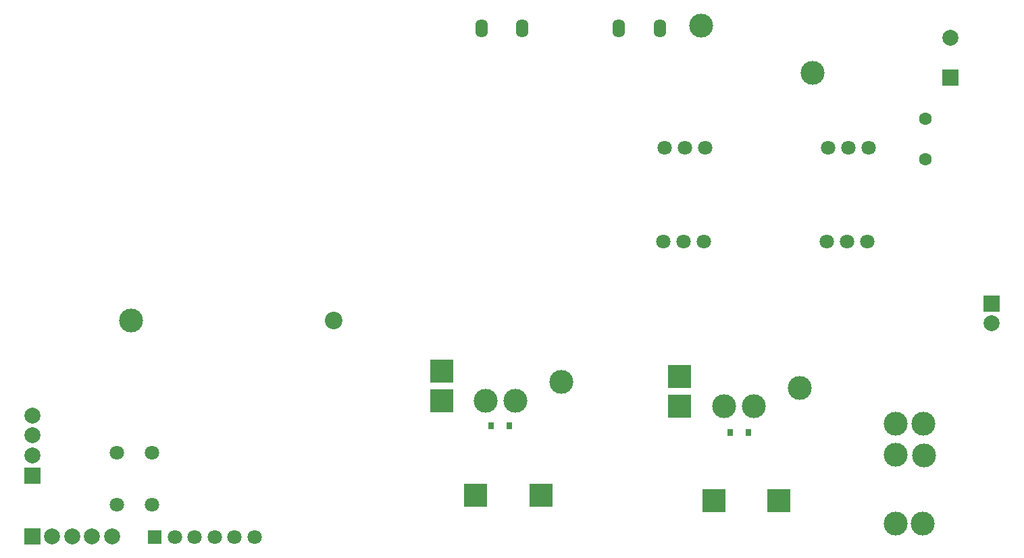
<source format=gbr>
%TF.GenerationSoftware,Altium Limited,Altium Designer,21.0.8 (223)*%
G04 Layer_Color=255*
%FSLAX26Y26*%
%MOIN*%
%TF.SameCoordinates,3528F89D-DF25-4B87-B81C-8702AA7ACEB5*%
%TF.FilePolarity,Positive*%
%TF.FileFunction,Pads,Bot*%
%TF.Part,Single*%
G01*
G75*
%TA.AperFunction,SMDPad,CuDef*%
%ADD16R,0.027559X0.033465*%
%TA.AperFunction,ComponentPad*%
%ADD39C,0.062992*%
%ADD40R,0.078740X0.078740*%
%ADD41C,0.078740*%
%ADD42C,0.118110*%
%ADD43O,0.062992X0.090551*%
%ADD44R,0.118110X0.118110*%
%ADD45C,0.086614*%
%ADD47C,0.070866*%
%ADD48R,0.070866X0.070866*%
%TA.AperFunction,ViaPad*%
%ADD49C,0.118110*%
%TA.AperFunction,ComponentPad*%
%ADD50R,0.078740X0.078740*%
D16*
X3581693Y734252D02*
D03*
X3672244D02*
D03*
X2493110Y767716D02*
D03*
X2402559D02*
D03*
D39*
X4546260Y2083465D02*
D03*
Y2283465D02*
D03*
D40*
X4669291Y2485236D02*
D03*
X138780Y218504D02*
D03*
D41*
X4669291Y2682087D02*
D03*
X4872047Y1272638D02*
D03*
X138780Y816929D02*
D03*
X532480Y218504D02*
D03*
X434055D02*
D03*
X335630D02*
D03*
X237205D02*
D03*
X138780Y718504D02*
D03*
Y620079D02*
D03*
D42*
X3990157Y2508858D02*
D03*
X3438976Y2745079D02*
D03*
X2750000Y982284D02*
D03*
X2522638Y890748D02*
D03*
X2375000D02*
D03*
X626969Y1285433D02*
D03*
X4398622Y622047D02*
D03*
Y283465D02*
D03*
X3551181Y863189D02*
D03*
X3698819D02*
D03*
X3926181Y954724D02*
D03*
D43*
X2354331Y2729331D02*
D03*
X2557087D02*
D03*
X3031496D02*
D03*
X3234252D02*
D03*
D44*
X2647638Y423228D02*
D03*
X2325787D02*
D03*
X2157480Y1037402D02*
D03*
Y890748D02*
D03*
X3333662Y863189D02*
D03*
Y1009842D02*
D03*
X3501969Y395669D02*
D03*
X3823819D02*
D03*
D45*
X1626969Y1285433D02*
D03*
D47*
X1136811Y217520D02*
D03*
X939961D02*
D03*
X841535D02*
D03*
X1235236D02*
D03*
X1038386D02*
D03*
X729331Y377953D02*
D03*
X556102Y633858D02*
D03*
Y377953D02*
D03*
X729331Y633858D02*
D03*
X4166339Y2139764D02*
D03*
X3359252D02*
D03*
X3451772Y1675197D02*
D03*
X3351378D02*
D03*
X3250984D02*
D03*
X3459646Y2139764D02*
D03*
X3258858D02*
D03*
X4258858Y1675197D02*
D03*
X4158465D02*
D03*
X4058071D02*
D03*
X4266732Y2139764D02*
D03*
X4065945D02*
D03*
D48*
X743110Y217520D02*
D03*
D49*
X4533662Y283465D02*
D03*
X4535433Y776575D02*
D03*
X4397638Y775591D02*
D03*
X4538360Y621215D02*
D03*
D50*
X138780Y521654D02*
D03*
X4872047Y1371063D02*
D03*
%TF.MD5,c9205c4a1aee76c6b7316cddebe090e4*%
M02*

</source>
